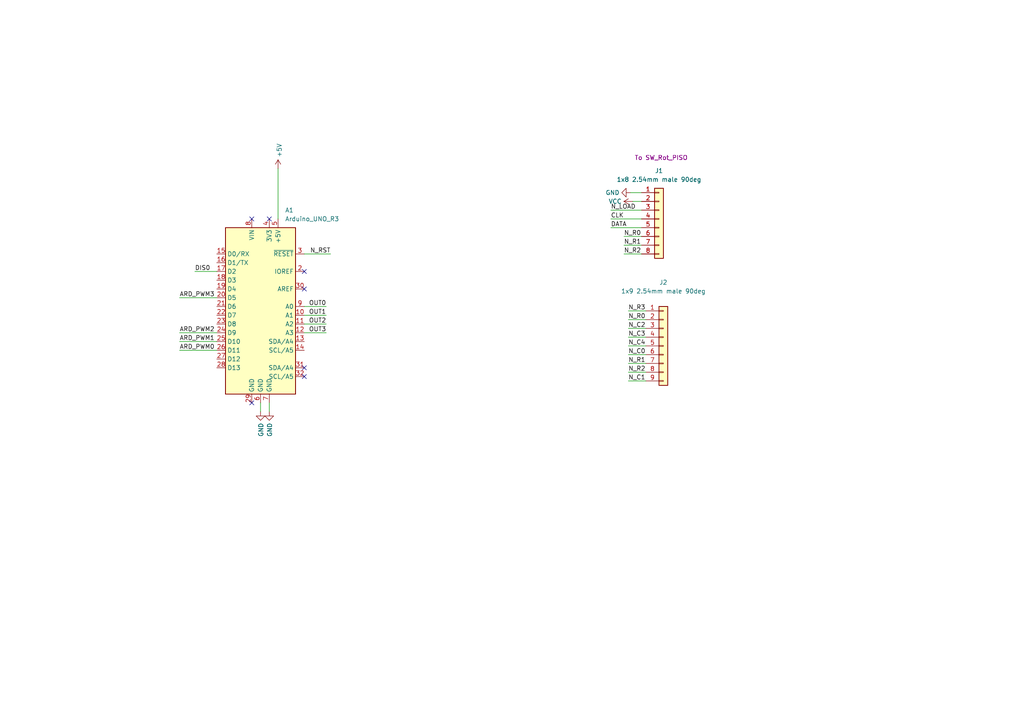
<source format=kicad_sch>
(kicad_sch (version 20211123) (generator eeschema)
  (paper "A4")
  (lib_symbols
    (symbol "Connector_Generic:Conn_01x08" (pin_names (offset 1.016) hide)
      (property "Reference" "J" (at 0 10.16 0))
      (property "Value" "Conn_01x08" (at 0 -12.7 0))
      (symbol "Conn_01x08_1_1"
        (rectangle (start -1.27 -10.033) (end 0 -10.287) (stroke (width 0.1524)))
        (rectangle (start -1.27 -7.493) (end 0 -7.747) (stroke (width 0.1524)))
        (rectangle (start -1.27 -4.953) (end 0 -5.207) (stroke (width 0.1524)))
        (rectangle (start -1.27 -2.413) (end 0 -2.667) (stroke (width 0.1524)))
        (rectangle (start -1.27 0.127) (end 0 -0.127) (stroke (width 0.1524)))
        (rectangle (start -1.27 2.667) (end 0 2.413) (stroke (width 0.1524)))
        (rectangle (start -1.27 5.207) (end 0 4.953) (stroke (width 0.1524)))
        (rectangle (start -1.27 7.747) (end 0 7.493) (stroke (width 0.1524)))
        (rectangle (start -1.27 8.89) (end 1.27 -11.43) (stroke (width 0.254)) (fill (type background)))
        (pin passive line (at -5.08 7.62 0) (length 3.81) (name "Pin_1") (number "1"))
        (pin passive line (at -5.08 5.08 0) (length 3.81) (name "Pin_2") (number "2"))
        (pin passive line (at -5.08 2.54 0) (length 3.81) (name "Pin_3") (number "3"))
        (pin passive line (at -5.08 0 0) (length 3.81) (name "Pin_4") (number "4"))
        (pin passive line (at -5.08 -2.54 0) (length 3.81) (name "Pin_5") (number "5"))
        (pin passive line (at -5.08 -5.08 0) (length 3.81) (name "Pin_6") (number "6"))
        (pin passive line (at -5.08 -7.62 0) (length 3.81) (name "Pin_7") (number "7"))
        (pin passive line (at -5.08 -10.16 0) (length 3.81) (name "Pin_8") (number "8"))
      )
    )
    (symbol "Connector_Generic:Conn_01x09" (pin_names (offset 1.016) hide)
      (property "Reference" "J" (at 0 12.7 0))
      (property "Value" "Conn_01x09" (at 0 -12.7 0))
      (symbol "Conn_01x09_1_1"
        (rectangle (start -1.27 -10.033) (end 0 -10.287) (stroke (width 0.1524)))
        (rectangle (start -1.27 -7.493) (end 0 -7.747) (stroke (width 0.1524)))
        (rectangle (start -1.27 -4.953) (end 0 -5.207) (stroke (width 0.1524)))
        (rectangle (start -1.27 -2.413) (end 0 -2.667) (stroke (width 0.1524)))
        (rectangle (start -1.27 0.127) (end 0 -0.127) (stroke (width 0.1524)))
        (rectangle (start -1.27 2.667) (end 0 2.413) (stroke (width 0.1524)))
        (rectangle (start -1.27 5.207) (end 0 4.953) (stroke (width 0.1524)))
        (rectangle (start -1.27 7.747) (end 0 7.493) (stroke (width 0.1524)))
        (rectangle (start -1.27 10.287) (end 0 10.033) (stroke (width 0.1524)))
        (rectangle (start -1.27 11.43) (end 1.27 -11.43) (stroke (width 0.254)) (fill (type background)))
        (pin passive line (at -5.08 10.16 0) (length 3.81) (name "Pin_1") (number "1"))
        (pin passive line (at -5.08 7.62 0) (length 3.81) (name "Pin_2") (number "2"))
        (pin passive line (at -5.08 5.08 0) (length 3.81) (name "Pin_3") (number "3"))
        (pin passive line (at -5.08 2.54 0) (length 3.81) (name "Pin_4") (number "4"))
        (pin passive line (at -5.08 0 0) (length 3.81) (name "Pin_5") (number "5"))
        (pin passive line (at -5.08 -2.54 0) (length 3.81) (name "Pin_6") (number "6"))
        (pin passive line (at -5.08 -5.08 0) (length 3.81) (name "Pin_7") (number "7"))
        (pin passive line (at -5.08 -7.62 0) (length 3.81) (name "Pin_8") (number "8"))
        (pin passive line (at -5.08 -10.16 0) (length 3.81) (name "Pin_9") (number "9"))
      )
    )
    (symbol "MCU_Module:Arduino_UNO_R3"
      (property "Reference" "A" (at -10.16 23.495 0))
      (property "Value" "Arduino_UNO_R3" (at 5.08 -26.67 0))
      (symbol "Arduino_UNO_R3_0_1"
        (rectangle (start -10.16 22.86) (end 10.16 -25.4) (stroke (width 0.254)) (fill (type background)))
      )
      (symbol "Arduino_UNO_R3_1_1"
        (pin no_connect line (at -10.16 -20.32 0) (length 2.54) hide (name "NC") (number "1"))
        (pin bidirectional line (at 12.7 -2.54 180) (length 2.54) (name "A1") (number "10"))
        (pin bidirectional line (at 12.7 -5.08 180) (length 2.54) (name "A2") (number "11"))
        (pin bidirectional line (at 12.7 -7.62 180) (length 2.54) (name "A3") (number "12"))
        (pin bidirectional line (at 12.7 -10.16 180) (length 2.54) (name "SDA/A4") (number "13"))
        (pin bidirectional line (at 12.7 -12.7 180) (length 2.54) (name "SCL/A5") (number "14"))
        (pin bidirectional line (at -12.7 15.24 0) (length 2.54) (name "D0/RX") (number "15"))
        (pin bidirectional line (at -12.7 12.7 0) (length 2.54) (name "D1/TX") (number "16"))
        (pin bidirectional line (at -12.7 10.16 0) (length 2.54) (name "D2") (number "17"))
        (pin bidirectional line (at -12.7 7.62 0) (length 2.54) (name "D3") (number "18"))
        (pin bidirectional line (at -12.7 5.08 0) (length 2.54) (name "D4") (number "19"))
        (pin output line (at 12.7 10.16 180) (length 2.54) (name "IOREF") (number "2"))
        (pin bidirectional line (at -12.7 2.54 0) (length 2.54) (name "D5") (number "20"))
        (pin bidirectional line (at -12.7 0 0) (length 2.54) (name "D6") (number "21"))
        (pin bidirectional line (at -12.7 -2.54 0) (length 2.54) (name "D7") (number "22"))
        (pin bidirectional line (at -12.7 -5.08 0) (length 2.54) (name "D8") (number "23"))
        (pin bidirectional line (at -12.7 -7.62 0) (length 2.54) (name "D9") (number "24"))
        (pin bidirectional line (at -12.7 -10.16 0) (length 2.54) (name "D10") (number "25"))
        (pin bidirectional line (at -12.7 -12.7 0) (length 2.54) (name "D11") (number "26"))
        (pin bidirectional line (at -12.7 -15.24 0) (length 2.54) (name "D12") (number "27"))
        (pin bidirectional line (at -12.7 -17.78 0) (length 2.54) (name "D13") (number "28"))
        (pin power_in line (at -2.54 -27.94 90) (length 2.54) (name "GND") (number "29"))
        (pin input line (at 12.7 15.24 180) (length 2.54) (name "~{RESET}") (number "3"))
        (pin input line (at 12.7 5.08 180) (length 2.54) (name "AREF") (number "30"))
        (pin bidirectional line (at 12.7 -17.78 180) (length 2.54) (name "SDA/A4") (number "31"))
        (pin bidirectional line (at 12.7 -20.32 180) (length 2.54) (name "SCL/A5") (number "32"))
        (pin power_out line (at 2.54 25.4 270) (length 2.54) (name "3V3") (number "4"))
        (pin power_out line (at 5.08 25.4 270) (length 2.54) (name "+5V") (number "5"))
        (pin power_in line (at 0 -27.94 90) (length 2.54) (name "GND") (number "6"))
        (pin power_in line (at 2.54 -27.94 90) (length 2.54) (name "GND") (number "7"))
        (pin power_in line (at -2.54 25.4 270) (length 2.54) (name "VIN") (number "8"))
        (pin bidirectional line (at 12.7 0 180) (length 2.54) (name "A0") (number "9"))
      )
    )
    (symbol "power:+5V" (power) (pin_names (offset 0))
      (property "Value" "+5V" (at 0 3.556 0))
      (symbol "+5V_0_1"
        (polyline (pts (xy -0.762 1.27) (xy 0 2.54)))
        (polyline (pts (xy 0 0) (xy 0 2.54)))
        (polyline (pts (xy 0 2.54) (xy 0.762 1.27)))
      )
      (symbol "+5V_1_1"
        (pin power_in line (at 0 0 90) (length 0) hide (name "+5V") (number "1"))
      )
    )
    (symbol "power:GND" (power) (pin_names (offset 0))
      (property "Value" "GND" (at 0 -3.81 0))
      (symbol "GND_0_1"
        (polyline (pts (xy 0 0) (xy 0 -1.27) (xy 1.27 -1.27) (xy 0 -2.54) (xy -1.27 -1.27) (xy 0 -1.27)))
      )
      (symbol "GND_1_1"
        (pin power_in line (at 0 0 270) (length 0) hide (name "GND") (number "1"))
      )
    )
    (symbol "power:VCC" (power) (pin_names (offset 0))
      (property "Value" "VCC" (at 0 3.81 0))
      (symbol "VCC_0_1"
        (polyline (pts (xy -0.762 1.27) (xy 0 2.54)))
        (polyline (pts (xy 0 0) (xy 0 2.54)))
        (polyline (pts (xy 0 2.54) (xy 0.762 1.27)))
      )
      (symbol "VCC_1_1"
        (pin power_in line (at 0 0 90) (length 0) hide (name "VCC") (number "1"))
      )
    )
  )
  (no_connect (at 88.265 109.22))
  (no_connect (at 88.265 83.82))
  (no_connect (at 88.265 106.68))
  (no_connect (at 73.025 63.5))
  (no_connect (at 78.105 63.5))
  (no_connect (at 88.265 78.74))
  (no_connect (at 73.025 116.84))
  (wire (pts (xy 78.105 119.38) (xy 78.105 116.84)))
  (wire (pts (xy 75.565 119.38) (xy 75.565 116.84)))
  (wire (pts (xy 177.165 63.5) (xy 186.055 63.5)))
  (wire (pts (xy 52.07 86.36) (xy 62.865 86.36)))
  (wire (pts (xy 94.615 91.44) (xy 88.265 91.44)))
  (wire (pts (xy 177.165 60.96) (xy 186.055 60.96)))
  (wire (pts (xy 94.615 88.9) (xy 88.265 88.9)))
  (wire (pts (xy 186.055 71.12) (xy 180.975 71.12)))
  (wire (pts (xy 187.325 110.49) (xy 182.245 110.49)))
  (wire (pts (xy 186.055 73.66) (xy 180.975 73.66)))
  (wire (pts (xy 94.615 96.52) (xy 88.265 96.52)))
  (wire (pts (xy 187.325 97.79) (xy 182.245 97.79)))
  (wire (pts (xy 80.645 48.895) (xy 80.645 63.5)))
  (wire (pts (xy 187.325 102.87) (xy 182.245 102.87)))
  (wire (pts (xy 187.325 100.33) (xy 182.245 100.33)))
  (wire (pts (xy 183.515 58.42) (xy 186.055 58.42)))
  (wire (pts (xy 186.055 68.58) (xy 180.975 68.58)))
  (wire (pts (xy 187.325 95.25) (xy 182.245 95.25)))
  (wire (pts (xy 88.265 73.66) (xy 95.885 73.66)))
  (wire (pts (xy 52.07 101.6) (xy 62.865 101.6)))
  (wire (pts (xy 187.325 90.17) (xy 182.245 90.17)))
  (wire (pts (xy 56.515 78.74) (xy 62.865 78.74)))
  (wire (pts (xy 186.055 55.88) (xy 182.88 55.88)))
  (wire (pts (xy 177.165 66.04) (xy 186.055 66.04)))
  (wire (pts (xy 187.325 92.71) (xy 182.245 92.71)))
  (wire (pts (xy 52.07 99.06) (xy 62.865 99.06)))
  (wire (pts (xy 187.325 105.41) (xy 182.245 105.41)))
  (wire (pts (xy 52.07 96.52) (xy 62.865 96.52)))
  (wire (pts (xy 187.325 107.95) (xy 182.245 107.95)))
  (wire (pts (xy 94.615 93.98) (xy 88.265 93.98)))
  (label "ARD_PWM1" (at 52.07 99.06 0))
  (label "N_R1" (at 182.245 105.41 0))
  (label "ARD_PWM0" (at 52.07 101.6 0))
  (label "N_R2" (at 180.975 73.66 0))
  (label "OUT1" (at 94.615 91.44 180))
  (label "N_R2" (at 182.245 107.95 0))
  (label "OUT0" (at 94.615 88.9 180))
  (label "N_LOAD" (at 177.165 60.96 0))
  (label "DIS0" (at 56.515 78.74 0))
  (label "N_C4" (at 182.245 100.33 0))
  (label "ARD_PWM3" (at 52.07 86.36 0))
  (label "OUT2" (at 94.615 93.98 180))
  (label "OUT3" (at 94.615 96.52 180))
  (label "DATA" (at 177.165 66.04 0))
  (label "N_C0" (at 182.245 102.87 0))
  (label "N_R0" (at 180.975 68.58 0))
  (label "CLK" (at 177.165 63.5 0))
  (label "N_C3" (at 182.245 97.79 0))
  (label "N_R0" (at 182.245 92.71 0))
  (label "N_C2" (at 182.245 95.25 0))
  (label "ARD_PWM2" (at 52.07 96.52 0))
  (label "N_RST" (at 95.885 73.66 180))
  (label "N_R1" (at 180.975 71.12 0))
  (label "N_R3" (at 182.245 90.17 0))
  (label "N_C1" (at 182.245 110.49 0))
  (symbol (lib_id "power:GND") (at 78.105 119.38 0) (unit 1)
    (property "Reference" "#PWR0103" (effects hide))
    (property "Value" "GND" (at 78.232 122.6312 90) (effects (justify right)))
  )
  (symbol (lib_id "MCU_Module:Arduino_UNO_R3") (at 75.565 88.9 0) (unit 1)
    (property "Reference" "A1" (at 82.6644 60.96 0) (effects (justify left)))
    (property "Value" "Arduino_UNO_R3" (at 82.6644 63.5 0) (effects (justify left)))
    (property "Footprint" "For_Rasterboard:Arduino_UNO_R3_WithMountingHoles_Snapped_to_P2.54mm" (effects hide))
    (property "Datasheet" "https://www.arduino.cc/en/Main/arduinoBoardUno" (effects hide))
  )
  (symbol (lib_id "power:GND") (at 75.565 119.38 0) (unit 1)
    (property "Reference" "#PWR0104" (effects hide))
    (property "Value" "GND" (at 75.692 122.6312 90) (effects (justify right)))
  )
  (symbol (lib_id "power:VCC") (at 183.515 58.42 90) (unit 1)
    (property "Reference" "#PWR0102" (effects hide))
    (property "Value" "VCC" (at 180.34 58.4199 90) (effects (justify left)))
  )
  (symbol (lib_id "power:GND") (at 182.88 55.88 270) (mirror x) (unit 1)
    (property "Reference" "#PWR0105" (effects hide))
    (property "Value" "GND" (at 179.705 55.8799 90) (effects (justify right)))
  )
  (symbol (lib_id "power:+5V") (at 80.645 48.895 0) (unit 1)
    (property "Reference" "#PWR0101" (effects hide))
    (property "Value" "+5V" (at 81.026 45.6438 90) (effects (justify left)))
  )
  (symbol (lib_id "Connector_Generic:Conn_01x08") (at 191.135 63.5 0) (unit 1)
    (property "Reference" "J1" (at 191.135 49.53 0))
    (property "Value" "1x8 2.54mm male 90deg" (at 191.135 52.07 0))
    (property "Footprint" "Connector_PinHeader_2.54mm:PinHeader_1x08_P2.54mm_Vertical" (effects hide))
    (property "Comment" "To SW_Rot_PISO" (at 191.77 45.72 0))
  )
  (symbol (lib_id "Connector_Generic:Conn_01x09") (at 192.405 100.33 0) (unit 1)
    (property "Reference" "J2" (at 192.405 81.915 0))
    (property "Value" "1x9 2.54mm male 90deg" (at 192.405 84.455 0))
    (property "Footprint" "Connector_PinHeader_2.54mm:PinHeader_1x09_P2.54mm_Vertical" (effects hide))
  )
)
</source>
